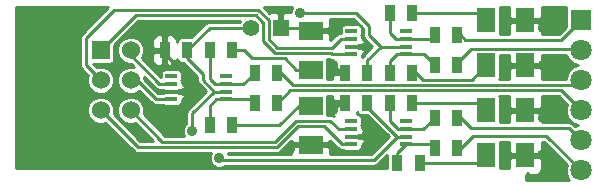
<source format=gtl>
G04 (created by PCBNEW (2013-07-07 BZR 4022)-stable) date 27/01/2014 10:25:57*
%MOIN*%
G04 Gerber Fmt 3.4, Leading zero omitted, Abs format*
%FSLAX34Y34*%
G01*
G70*
G90*
G04 APERTURE LIST*
%ADD10C,0.00590551*%
%ADD11R,0.08X0.06*%
%ADD12R,0.06X0.08*%
%ADD13R,0.035X0.055*%
%ADD14R,0.0708661X0.0708661*%
%ADD15C,0.0708661*%
%ADD16R,0.055X0.055*%
%ADD17C,0.055*%
%ADD18R,0.06X0.06*%
%ADD19C,0.06*%
%ADD20R,0.0402X0.0161*%
%ADD21C,0.035*%
%ADD22C,0.01*%
G04 APERTURE END LIST*
G54D10*
G54D11*
X77000Y-62850D03*
X77000Y-64150D03*
G54D12*
X82850Y-63000D03*
X84150Y-63000D03*
X82850Y-61500D03*
X84150Y-61500D03*
X82850Y-60000D03*
X84150Y-60000D03*
X82850Y-64500D03*
X84150Y-64500D03*
G54D11*
X77000Y-61650D03*
X77000Y-60350D03*
G54D13*
X74375Y-63500D03*
X73625Y-63500D03*
X75875Y-62750D03*
X75125Y-62750D03*
X80375Y-62750D03*
X79625Y-62750D03*
X80375Y-61750D03*
X79625Y-61750D03*
X81875Y-61500D03*
X81125Y-61500D03*
X78125Y-62750D03*
X78875Y-62750D03*
X81875Y-60500D03*
X81125Y-60500D03*
X80375Y-59750D03*
X79625Y-59750D03*
X75875Y-61750D03*
X75125Y-61750D03*
X74375Y-61000D03*
X73625Y-61000D03*
X78125Y-61750D03*
X78875Y-61750D03*
X81875Y-63250D03*
X81125Y-63250D03*
X72125Y-61000D03*
X72875Y-61000D03*
X81875Y-64250D03*
X81125Y-64250D03*
X80625Y-64750D03*
X79875Y-64750D03*
G54D14*
X86000Y-60000D03*
G54D15*
X86000Y-61000D03*
X86000Y-62000D03*
X86000Y-63000D03*
X86000Y-64000D03*
X86000Y-65000D03*
G54D16*
X76000Y-60250D03*
G54D17*
X75000Y-60250D03*
G54D18*
X70000Y-61000D03*
G54D19*
X71000Y-61000D03*
X70000Y-62000D03*
X71000Y-62000D03*
X70000Y-63000D03*
X71000Y-63000D03*
G54D20*
X78344Y-63366D03*
X78344Y-63622D03*
X78344Y-63878D03*
X78344Y-64134D03*
X80156Y-64134D03*
X80156Y-63878D03*
X80156Y-63622D03*
X80156Y-63366D03*
X72344Y-61866D03*
X72344Y-62122D03*
X72344Y-62378D03*
X72344Y-62634D03*
X74156Y-62634D03*
X74156Y-62378D03*
X74156Y-62122D03*
X74156Y-61866D03*
X78344Y-60366D03*
X78344Y-60622D03*
X78344Y-60878D03*
X78344Y-61134D03*
X80156Y-61134D03*
X80156Y-60878D03*
X80156Y-60622D03*
X80156Y-60366D03*
G54D21*
X73950Y-64600D03*
X73050Y-63700D03*
X76650Y-59750D03*
X72500Y-61500D03*
X77750Y-63000D03*
X77750Y-61500D03*
X84750Y-63250D03*
X84750Y-60250D03*
X84700Y-64500D03*
X84750Y-61500D03*
X78850Y-60900D03*
X78850Y-63850D03*
X72850Y-62400D03*
X76300Y-64300D03*
G54D22*
X81875Y-60500D02*
X82000Y-60500D01*
X85350Y-60650D02*
X86000Y-60000D01*
X82150Y-60650D02*
X85350Y-60650D01*
X82000Y-60500D02*
X82150Y-60650D01*
X81875Y-61500D02*
X81875Y-61425D01*
X85950Y-60950D02*
X86000Y-61000D01*
X82350Y-60950D02*
X85950Y-60950D01*
X81875Y-61425D02*
X82350Y-60950D01*
X75875Y-61750D02*
X76000Y-61750D01*
X85840Y-62160D02*
X86000Y-62000D01*
X76410Y-62160D02*
X85840Y-62160D01*
X76000Y-61750D02*
X76410Y-62160D01*
X75875Y-62750D02*
X75900Y-62750D01*
X85340Y-62340D02*
X86000Y-63000D01*
X76309Y-62340D02*
X85340Y-62340D01*
X75900Y-62750D02*
X76309Y-62340D01*
X81875Y-63250D02*
X82000Y-63250D01*
X85600Y-63600D02*
X86000Y-64000D01*
X82350Y-63600D02*
X85600Y-63600D01*
X82000Y-63250D02*
X82350Y-63600D01*
X81875Y-64250D02*
X82000Y-64250D01*
X84850Y-63850D02*
X86000Y-65000D01*
X82400Y-63850D02*
X84850Y-63850D01*
X82000Y-64250D02*
X82400Y-63850D01*
X74156Y-62378D02*
X73778Y-62378D01*
X73778Y-62378D02*
X73050Y-63106D01*
X79100Y-64650D02*
X79872Y-63878D01*
X74000Y-64650D02*
X79100Y-64650D01*
X73950Y-64600D02*
X74000Y-64650D01*
X73050Y-63106D02*
X73050Y-63700D01*
X79872Y-63878D02*
X80156Y-63878D01*
X80156Y-60878D02*
X79322Y-60878D01*
X79322Y-60878D02*
X78950Y-60506D01*
X78500Y-59750D02*
X76650Y-59750D01*
X78950Y-60200D02*
X78500Y-59750D01*
X78950Y-60506D02*
X78950Y-60200D01*
X78875Y-61750D02*
X78875Y-61325D01*
X78875Y-61325D02*
X79322Y-60878D01*
X80156Y-63878D02*
X79872Y-63878D01*
X79872Y-63878D02*
X78875Y-62881D01*
X78875Y-62881D02*
X78875Y-62750D01*
X72875Y-61000D02*
X72875Y-61275D01*
X73400Y-62000D02*
X73778Y-62378D01*
X73400Y-61800D02*
X73400Y-62000D01*
X72875Y-61275D02*
X73400Y-61800D01*
X75000Y-60250D02*
X73625Y-60250D01*
X73625Y-60250D02*
X72875Y-61000D01*
X72125Y-61000D02*
X72125Y-61125D01*
X72125Y-61125D02*
X72500Y-61500D01*
X78125Y-62750D02*
X78000Y-62750D01*
X78000Y-62750D02*
X77750Y-63000D01*
X78125Y-61750D02*
X78000Y-61750D01*
X78000Y-61750D02*
X77750Y-61500D01*
X84150Y-63000D02*
X84500Y-63000D01*
X84500Y-63000D02*
X84750Y-63250D01*
X84150Y-60000D02*
X84500Y-60000D01*
X84500Y-60000D02*
X84750Y-60250D01*
X76000Y-60250D02*
X76900Y-60250D01*
X76900Y-60250D02*
X77000Y-60350D01*
X84150Y-64500D02*
X84700Y-64500D01*
X84150Y-61500D02*
X84750Y-61500D01*
X78344Y-60878D02*
X78828Y-60878D01*
X78828Y-60878D02*
X78850Y-60900D01*
X78344Y-63878D02*
X78822Y-63878D01*
X78822Y-63878D02*
X78850Y-63850D01*
X72344Y-62378D02*
X72828Y-62378D01*
X72828Y-62378D02*
X72850Y-62400D01*
X77000Y-64150D02*
X76450Y-64150D01*
X76450Y-64150D02*
X76300Y-64300D01*
X74375Y-63500D02*
X75950Y-63500D01*
X76600Y-62850D02*
X77000Y-62850D01*
X75950Y-63500D02*
X76600Y-62850D01*
X74375Y-61000D02*
X74775Y-61000D01*
X76500Y-61650D02*
X77000Y-61650D01*
X76125Y-61275D02*
X76500Y-61650D01*
X75050Y-61275D02*
X76125Y-61275D01*
X74775Y-61000D02*
X75050Y-61275D01*
X74156Y-62634D02*
X73841Y-62634D01*
X73625Y-62850D02*
X73625Y-63500D01*
X73841Y-62634D02*
X73625Y-62850D01*
X74156Y-62634D02*
X75009Y-62634D01*
X75009Y-62634D02*
X75125Y-62750D01*
X80375Y-61750D02*
X80520Y-61750D01*
X82370Y-61979D02*
X82850Y-61500D01*
X80750Y-61979D02*
X82370Y-61979D01*
X80520Y-61750D02*
X80750Y-61979D01*
X80375Y-59750D02*
X82600Y-59750D01*
X82600Y-59750D02*
X82850Y-60000D01*
X80156Y-61134D02*
X80759Y-61134D01*
X80759Y-61134D02*
X81125Y-61500D01*
X80156Y-61134D02*
X79866Y-61134D01*
X79625Y-61375D02*
X79625Y-61750D01*
X79866Y-61134D02*
X79625Y-61375D01*
X80375Y-62750D02*
X82600Y-62750D01*
X82600Y-62750D02*
X82850Y-63000D01*
X78344Y-63622D02*
X77922Y-63622D01*
X72050Y-64050D02*
X71000Y-63000D01*
X75800Y-64050D02*
X72050Y-64050D01*
X76500Y-63350D02*
X75800Y-64050D01*
X77650Y-63350D02*
X76500Y-63350D01*
X77922Y-63622D02*
X77650Y-63350D01*
X73625Y-61000D02*
X73625Y-61950D01*
X73797Y-62122D02*
X74156Y-62122D01*
X73625Y-61950D02*
X73797Y-62122D01*
X74156Y-62122D02*
X74753Y-62122D01*
X74753Y-62122D02*
X75125Y-61750D01*
X80156Y-60622D02*
X79822Y-60622D01*
X79625Y-60425D02*
X79625Y-59750D01*
X79822Y-60622D02*
X79625Y-60425D01*
X80156Y-60622D02*
X81003Y-60622D01*
X81003Y-60622D02*
X81125Y-60500D01*
X80625Y-64750D02*
X82600Y-64750D01*
X82600Y-64750D02*
X82850Y-64500D01*
X80156Y-63622D02*
X80753Y-63622D01*
X80753Y-63622D02*
X81125Y-63250D01*
X80156Y-63622D02*
X79897Y-63622D01*
X79625Y-63350D02*
X79625Y-62750D01*
X79897Y-63622D02*
X79625Y-63350D01*
X80156Y-64134D02*
X81009Y-64134D01*
X81009Y-64134D02*
X81125Y-64250D01*
X79875Y-64750D02*
X79875Y-64415D01*
X79875Y-64415D02*
X80156Y-64134D01*
X78344Y-64134D02*
X78034Y-64134D01*
X71230Y-64230D02*
X70000Y-63000D01*
X75874Y-64230D02*
X71230Y-64230D01*
X76574Y-63530D02*
X75874Y-64230D01*
X77430Y-63530D02*
X76574Y-63530D01*
X78034Y-64134D02*
X77430Y-63530D01*
X78344Y-61134D02*
X77709Y-61134D01*
X71160Y-59840D02*
X70000Y-61000D01*
X75170Y-59840D02*
X71160Y-59840D01*
X75410Y-60080D02*
X75170Y-59840D01*
X75410Y-60710D02*
X75410Y-60080D01*
X75794Y-61094D02*
X75410Y-60710D01*
X77670Y-61094D02*
X75794Y-61094D01*
X77709Y-61134D02*
X77670Y-61094D01*
X78344Y-60622D02*
X77988Y-60622D01*
X69500Y-61500D02*
X70000Y-62000D01*
X69500Y-60600D02*
X69500Y-61500D01*
X70440Y-59659D02*
X69500Y-60600D01*
X75244Y-59659D02*
X70440Y-59659D01*
X75590Y-60005D02*
X75244Y-59659D01*
X75590Y-60635D02*
X75590Y-60005D01*
X75869Y-60914D02*
X75590Y-60635D01*
X77695Y-60914D02*
X75869Y-60914D01*
X77988Y-60622D02*
X77695Y-60914D01*
X72344Y-62634D02*
X71834Y-62634D01*
X71200Y-62000D02*
X71000Y-62000D01*
X71834Y-62634D02*
X71200Y-62000D01*
X72344Y-62122D02*
X71947Y-62122D01*
X71000Y-61175D02*
X71000Y-61000D01*
X71947Y-62122D02*
X71000Y-61175D01*
G54D10*
G36*
X76372Y-59569D02*
X76325Y-59685D01*
X76325Y-59725D01*
X76324Y-59724D01*
X76112Y-59725D01*
X76050Y-59787D01*
X76050Y-60200D01*
X76057Y-60200D01*
X76057Y-60300D01*
X76050Y-60300D01*
X76050Y-60307D01*
X75950Y-60307D01*
X75950Y-60300D01*
X75942Y-60300D01*
X75942Y-60200D01*
X75950Y-60200D01*
X75950Y-59787D01*
X75887Y-59725D01*
X75675Y-59724D01*
X75616Y-59749D01*
X75437Y-59569D01*
X76372Y-59569D01*
X76372Y-59569D01*
G37*
G54D22*
X76372Y-59569D02*
X76325Y-59685D01*
X76325Y-59725D01*
X76324Y-59724D01*
X76112Y-59725D01*
X76050Y-59787D01*
X76050Y-60200D01*
X76057Y-60200D01*
X76057Y-60300D01*
X76050Y-60300D01*
X76050Y-60307D01*
X75950Y-60307D01*
X75950Y-60300D01*
X75942Y-60300D01*
X75942Y-60200D01*
X75950Y-60200D01*
X75950Y-59787D01*
X75887Y-59725D01*
X75675Y-59724D01*
X75616Y-59749D01*
X75437Y-59569D01*
X76372Y-59569D01*
G54D10*
G36*
X78182Y-61800D02*
X78175Y-61800D01*
X78175Y-61807D01*
X78075Y-61807D01*
X78075Y-61800D01*
X77762Y-61800D01*
X77700Y-61862D01*
X77699Y-61960D01*
X77549Y-61960D01*
X77550Y-61920D01*
X77550Y-61320D01*
X77539Y-61294D01*
X77596Y-61294D01*
X77610Y-61304D01*
X77632Y-61318D01*
X77632Y-61318D01*
X77709Y-61333D01*
X77709Y-61334D01*
X77737Y-61334D01*
X77700Y-61425D01*
X77699Y-61524D01*
X77700Y-61637D01*
X77762Y-61700D01*
X78075Y-61700D01*
X78075Y-61692D01*
X78175Y-61692D01*
X78175Y-61700D01*
X78182Y-61700D01*
X78182Y-61800D01*
X78182Y-61800D01*
G37*
G54D22*
X78182Y-61800D02*
X78175Y-61800D01*
X78175Y-61807D01*
X78075Y-61807D01*
X78075Y-61800D01*
X77762Y-61800D01*
X77700Y-61862D01*
X77699Y-61960D01*
X77549Y-61960D01*
X77550Y-61920D01*
X77550Y-61320D01*
X77539Y-61294D01*
X77596Y-61294D01*
X77610Y-61304D01*
X77632Y-61318D01*
X77632Y-61318D01*
X77709Y-61333D01*
X77709Y-61334D01*
X77737Y-61334D01*
X77700Y-61425D01*
X77699Y-61524D01*
X77700Y-61637D01*
X77762Y-61700D01*
X78075Y-61700D01*
X78075Y-61692D01*
X78175Y-61692D01*
X78175Y-61700D01*
X78182Y-61700D01*
X78182Y-61800D01*
G54D10*
G36*
X78182Y-62800D02*
X78175Y-62800D01*
X78175Y-62807D01*
X78075Y-62807D01*
X78075Y-62800D01*
X77762Y-62800D01*
X77700Y-62862D01*
X77699Y-62975D01*
X77700Y-63074D01*
X77738Y-63166D01*
X77756Y-63185D01*
X77726Y-63165D01*
X77650Y-63150D01*
X77550Y-63150D01*
X77550Y-63120D01*
X77550Y-62540D01*
X77699Y-62540D01*
X77700Y-62637D01*
X77762Y-62700D01*
X78075Y-62700D01*
X78075Y-62692D01*
X78175Y-62692D01*
X78175Y-62700D01*
X78182Y-62700D01*
X78182Y-62800D01*
X78182Y-62800D01*
G37*
G54D22*
X78182Y-62800D02*
X78175Y-62800D01*
X78175Y-62807D01*
X78075Y-62807D01*
X78075Y-62800D01*
X77762Y-62800D01*
X77700Y-62862D01*
X77699Y-62975D01*
X77700Y-63074D01*
X77738Y-63166D01*
X77756Y-63185D01*
X77726Y-63165D01*
X77650Y-63150D01*
X77550Y-63150D01*
X77550Y-63120D01*
X77550Y-62540D01*
X77699Y-62540D01*
X77700Y-62637D01*
X77762Y-62700D01*
X78075Y-62700D01*
X78075Y-62692D01*
X78175Y-62692D01*
X78175Y-62700D01*
X78182Y-62700D01*
X78182Y-62800D01*
G54D10*
G36*
X78622Y-60155D02*
X78574Y-60135D01*
X78515Y-60135D01*
X78113Y-60135D01*
X78058Y-60158D01*
X78015Y-60200D01*
X77993Y-60255D01*
X77992Y-60315D01*
X77992Y-60422D01*
X77988Y-60422D01*
X77924Y-60434D01*
X77911Y-60437D01*
X77846Y-60480D01*
X77650Y-60677D01*
X77650Y-60462D01*
X77587Y-60400D01*
X77050Y-60400D01*
X77050Y-60407D01*
X76950Y-60407D01*
X76950Y-60400D01*
X76942Y-60400D01*
X76942Y-60300D01*
X76950Y-60300D01*
X76950Y-60292D01*
X77050Y-60292D01*
X77050Y-60300D01*
X77587Y-60300D01*
X77650Y-60237D01*
X77650Y-60000D01*
X77629Y-59950D01*
X78417Y-59950D01*
X78622Y-60155D01*
X78622Y-60155D01*
G37*
G54D22*
X78622Y-60155D02*
X78574Y-60135D01*
X78515Y-60135D01*
X78113Y-60135D01*
X78058Y-60158D01*
X78015Y-60200D01*
X77993Y-60255D01*
X77992Y-60315D01*
X77992Y-60422D01*
X77988Y-60422D01*
X77924Y-60434D01*
X77911Y-60437D01*
X77846Y-60480D01*
X77650Y-60677D01*
X77650Y-60462D01*
X77587Y-60400D01*
X77050Y-60400D01*
X77050Y-60407D01*
X76950Y-60407D01*
X76950Y-60400D01*
X76942Y-60400D01*
X76942Y-60300D01*
X76950Y-60300D01*
X76950Y-60292D01*
X77050Y-60292D01*
X77050Y-60300D01*
X77587Y-60300D01*
X77650Y-60237D01*
X77650Y-60000D01*
X77629Y-59950D01*
X78417Y-59950D01*
X78622Y-60155D01*
G54D10*
G36*
X79039Y-60877D02*
X78733Y-61183D01*
X78694Y-61241D01*
X78695Y-61184D01*
X78695Y-61162D01*
X78757Y-61099D01*
X78795Y-61008D01*
X78795Y-60980D01*
X78732Y-60918D01*
X78610Y-60918D01*
X78574Y-60903D01*
X78515Y-60903D01*
X78286Y-60903D01*
X78286Y-60852D01*
X78574Y-60852D01*
X78610Y-60837D01*
X78732Y-60837D01*
X78795Y-60775D01*
X78795Y-60747D01*
X78757Y-60656D01*
X78695Y-60593D01*
X78695Y-60511D01*
X78687Y-60494D01*
X78694Y-60476D01*
X78695Y-60416D01*
X78695Y-60255D01*
X78675Y-60208D01*
X78750Y-60282D01*
X78750Y-60506D01*
X78765Y-60582D01*
X78808Y-60647D01*
X79039Y-60877D01*
X79039Y-60877D01*
G37*
G54D22*
X79039Y-60877D02*
X78733Y-61183D01*
X78694Y-61241D01*
X78695Y-61184D01*
X78695Y-61162D01*
X78757Y-61099D01*
X78795Y-61008D01*
X78795Y-60980D01*
X78732Y-60918D01*
X78610Y-60918D01*
X78574Y-60903D01*
X78515Y-60903D01*
X78286Y-60903D01*
X78286Y-60852D01*
X78574Y-60852D01*
X78610Y-60837D01*
X78732Y-60837D01*
X78795Y-60775D01*
X78795Y-60747D01*
X78757Y-60656D01*
X78695Y-60593D01*
X78695Y-60511D01*
X78687Y-60494D01*
X78694Y-60476D01*
X78695Y-60416D01*
X78695Y-60255D01*
X78675Y-60208D01*
X78750Y-60282D01*
X78750Y-60506D01*
X78765Y-60582D01*
X78808Y-60647D01*
X79039Y-60877D01*
G54D10*
G36*
X79549Y-64482D02*
X79549Y-64504D01*
X79549Y-64930D01*
X67169Y-64930D01*
X67169Y-59569D01*
X70247Y-59569D01*
X69358Y-60458D01*
X69315Y-60523D01*
X69300Y-60600D01*
X69300Y-61500D01*
X69315Y-61576D01*
X69358Y-61641D01*
X69572Y-61855D01*
X69550Y-61910D01*
X69549Y-62089D01*
X69618Y-62254D01*
X69744Y-62381D01*
X69910Y-62449D01*
X70089Y-62450D01*
X70254Y-62381D01*
X70381Y-62255D01*
X70449Y-62089D01*
X70450Y-61910D01*
X70381Y-61745D01*
X70255Y-61618D01*
X70089Y-61550D01*
X69910Y-61549D01*
X69855Y-61572D01*
X69732Y-61450D01*
X70329Y-61450D01*
X70384Y-61427D01*
X70427Y-61385D01*
X70449Y-61329D01*
X70450Y-61270D01*
X70450Y-60832D01*
X71242Y-60040D01*
X74627Y-60040D01*
X74622Y-60050D01*
X73625Y-60050D01*
X73548Y-60065D01*
X73526Y-60079D01*
X73483Y-60108D01*
X73017Y-60574D01*
X72670Y-60574D01*
X72615Y-60597D01*
X72572Y-60639D01*
X72550Y-60695D01*
X72549Y-60724D01*
X72549Y-60675D01*
X72511Y-60583D01*
X72441Y-60512D01*
X72349Y-60474D01*
X72237Y-60475D01*
X72175Y-60537D01*
X72175Y-60950D01*
X72182Y-60950D01*
X72182Y-61050D01*
X72175Y-61050D01*
X72175Y-61462D01*
X72237Y-61525D01*
X72349Y-61525D01*
X72441Y-61487D01*
X72511Y-61416D01*
X72549Y-61324D01*
X72549Y-61304D01*
X72549Y-61304D01*
X72572Y-61359D01*
X72614Y-61402D01*
X72670Y-61424D01*
X72729Y-61425D01*
X72742Y-61425D01*
X73200Y-61882D01*
X73200Y-62000D01*
X73215Y-62076D01*
X73258Y-62141D01*
X73495Y-62377D01*
X72908Y-62964D01*
X72865Y-63029D01*
X72850Y-63106D01*
X72850Y-63440D01*
X72795Y-63495D01*
X72795Y-62508D01*
X72795Y-62480D01*
X72732Y-62418D01*
X72610Y-62418D01*
X72574Y-62403D01*
X72515Y-62403D01*
X72113Y-62403D01*
X72077Y-62418D01*
X71955Y-62418D01*
X71939Y-62434D01*
X71916Y-62434D01*
X71450Y-61967D01*
X71450Y-61910D01*
X71447Y-61905D01*
X71805Y-62263D01*
X71870Y-62306D01*
X71937Y-62320D01*
X71955Y-62337D01*
X72077Y-62337D01*
X72113Y-62352D01*
X72172Y-62352D01*
X72574Y-62352D01*
X72610Y-62337D01*
X72732Y-62337D01*
X72795Y-62275D01*
X72795Y-62247D01*
X72757Y-62156D01*
X72695Y-62093D01*
X72695Y-62011D01*
X72687Y-61994D01*
X72694Y-61976D01*
X72695Y-61916D01*
X72695Y-61755D01*
X72672Y-61700D01*
X72630Y-61658D01*
X72574Y-61635D01*
X72515Y-61635D01*
X72113Y-61635D01*
X72075Y-61651D01*
X72075Y-61462D01*
X72075Y-61050D01*
X72075Y-60950D01*
X72075Y-60537D01*
X72012Y-60475D01*
X71900Y-60474D01*
X71808Y-60512D01*
X71738Y-60583D01*
X71700Y-60675D01*
X71699Y-60774D01*
X71700Y-60887D01*
X71762Y-60950D01*
X72075Y-60950D01*
X72075Y-61050D01*
X71762Y-61050D01*
X71700Y-61112D01*
X71699Y-61225D01*
X71700Y-61324D01*
X71738Y-61416D01*
X71808Y-61487D01*
X71900Y-61525D01*
X72012Y-61525D01*
X72075Y-61462D01*
X72075Y-61651D01*
X72058Y-61658D01*
X72015Y-61700D01*
X71993Y-61755D01*
X71992Y-61815D01*
X71992Y-61885D01*
X71372Y-61264D01*
X71381Y-61255D01*
X71449Y-61089D01*
X71450Y-60910D01*
X71381Y-60745D01*
X71255Y-60618D01*
X71089Y-60550D01*
X70910Y-60549D01*
X70745Y-60618D01*
X70618Y-60744D01*
X70550Y-60910D01*
X70549Y-61089D01*
X70618Y-61254D01*
X70744Y-61381D01*
X70910Y-61449D01*
X70992Y-61449D01*
X71093Y-61551D01*
X71089Y-61550D01*
X70910Y-61549D01*
X70745Y-61618D01*
X70618Y-61744D01*
X70550Y-61910D01*
X70549Y-62089D01*
X70618Y-62254D01*
X70744Y-62381D01*
X70910Y-62449D01*
X71089Y-62450D01*
X71254Y-62381D01*
X71276Y-62359D01*
X71692Y-62775D01*
X71692Y-62775D01*
X71735Y-62804D01*
X71757Y-62818D01*
X71757Y-62818D01*
X71833Y-62833D01*
X71834Y-62834D01*
X72050Y-62834D01*
X72057Y-62841D01*
X72113Y-62864D01*
X72172Y-62864D01*
X72574Y-62864D01*
X72629Y-62841D01*
X72672Y-62799D01*
X72694Y-62744D01*
X72695Y-62684D01*
X72695Y-62662D01*
X72757Y-62599D01*
X72795Y-62508D01*
X72795Y-63495D01*
X72774Y-63515D01*
X72725Y-63635D01*
X72724Y-63764D01*
X72760Y-63850D01*
X72132Y-63850D01*
X71427Y-63144D01*
X71449Y-63089D01*
X71450Y-62910D01*
X71381Y-62745D01*
X71255Y-62618D01*
X71089Y-62550D01*
X70910Y-62549D01*
X70745Y-62618D01*
X70618Y-62744D01*
X70550Y-62910D01*
X70549Y-63089D01*
X70618Y-63254D01*
X70744Y-63381D01*
X70910Y-63449D01*
X71089Y-63450D01*
X71144Y-63427D01*
X71747Y-64030D01*
X71312Y-64030D01*
X70427Y-63144D01*
X70449Y-63089D01*
X70450Y-62910D01*
X70381Y-62745D01*
X70255Y-62618D01*
X70089Y-62550D01*
X69910Y-62549D01*
X69745Y-62618D01*
X69618Y-62744D01*
X69550Y-62910D01*
X69549Y-63089D01*
X69618Y-63254D01*
X69744Y-63381D01*
X69910Y-63449D01*
X70089Y-63450D01*
X70144Y-63427D01*
X71088Y-64371D01*
X71088Y-64371D01*
X71131Y-64400D01*
X71153Y-64414D01*
X71153Y-64414D01*
X71230Y-64430D01*
X71230Y-64430D01*
X73668Y-64430D01*
X73625Y-64535D01*
X73624Y-64664D01*
X73674Y-64783D01*
X73765Y-64875D01*
X73885Y-64924D01*
X74014Y-64925D01*
X74133Y-64875D01*
X74159Y-64850D01*
X79100Y-64850D01*
X79176Y-64834D01*
X79241Y-64791D01*
X79549Y-64482D01*
X79549Y-64482D01*
G37*
G54D22*
X79549Y-64482D02*
X79549Y-64504D01*
X79549Y-64930D01*
X67169Y-64930D01*
X67169Y-59569D01*
X70247Y-59569D01*
X69358Y-60458D01*
X69315Y-60523D01*
X69300Y-60600D01*
X69300Y-61500D01*
X69315Y-61576D01*
X69358Y-61641D01*
X69572Y-61855D01*
X69550Y-61910D01*
X69549Y-62089D01*
X69618Y-62254D01*
X69744Y-62381D01*
X69910Y-62449D01*
X70089Y-62450D01*
X70254Y-62381D01*
X70381Y-62255D01*
X70449Y-62089D01*
X70450Y-61910D01*
X70381Y-61745D01*
X70255Y-61618D01*
X70089Y-61550D01*
X69910Y-61549D01*
X69855Y-61572D01*
X69732Y-61450D01*
X70329Y-61450D01*
X70384Y-61427D01*
X70427Y-61385D01*
X70449Y-61329D01*
X70450Y-61270D01*
X70450Y-60832D01*
X71242Y-60040D01*
X74627Y-60040D01*
X74622Y-60050D01*
X73625Y-60050D01*
X73548Y-60065D01*
X73526Y-60079D01*
X73483Y-60108D01*
X73017Y-60574D01*
X72670Y-60574D01*
X72615Y-60597D01*
X72572Y-60639D01*
X72550Y-60695D01*
X72549Y-60724D01*
X72549Y-60675D01*
X72511Y-60583D01*
X72441Y-60512D01*
X72349Y-60474D01*
X72237Y-60475D01*
X72175Y-60537D01*
X72175Y-60950D01*
X72182Y-60950D01*
X72182Y-61050D01*
X72175Y-61050D01*
X72175Y-61462D01*
X72237Y-61525D01*
X72349Y-61525D01*
X72441Y-61487D01*
X72511Y-61416D01*
X72549Y-61324D01*
X72549Y-61304D01*
X72549Y-61304D01*
X72572Y-61359D01*
X72614Y-61402D01*
X72670Y-61424D01*
X72729Y-61425D01*
X72742Y-61425D01*
X73200Y-61882D01*
X73200Y-62000D01*
X73215Y-62076D01*
X73258Y-62141D01*
X73495Y-62377D01*
X72908Y-62964D01*
X72865Y-63029D01*
X72850Y-63106D01*
X72850Y-63440D01*
X72795Y-63495D01*
X72795Y-62508D01*
X72795Y-62480D01*
X72732Y-62418D01*
X72610Y-62418D01*
X72574Y-62403D01*
X72515Y-62403D01*
X72113Y-62403D01*
X72077Y-62418D01*
X71955Y-62418D01*
X71939Y-62434D01*
X71916Y-62434D01*
X71450Y-61967D01*
X71450Y-61910D01*
X71447Y-61905D01*
X71805Y-62263D01*
X71870Y-62306D01*
X71937Y-62320D01*
X71955Y-62337D01*
X72077Y-62337D01*
X72113Y-62352D01*
X72172Y-62352D01*
X72574Y-62352D01*
X72610Y-62337D01*
X72732Y-62337D01*
X72795Y-62275D01*
X72795Y-62247D01*
X72757Y-62156D01*
X72695Y-62093D01*
X72695Y-62011D01*
X72687Y-61994D01*
X72694Y-61976D01*
X72695Y-61916D01*
X72695Y-61755D01*
X72672Y-61700D01*
X72630Y-61658D01*
X72574Y-61635D01*
X72515Y-61635D01*
X72113Y-61635D01*
X72075Y-61651D01*
X72075Y-61462D01*
X72075Y-61050D01*
X72075Y-60950D01*
X72075Y-60537D01*
X72012Y-60475D01*
X71900Y-60474D01*
X71808Y-60512D01*
X71738Y-60583D01*
X71700Y-60675D01*
X71699Y-60774D01*
X71700Y-60887D01*
X71762Y-60950D01*
X72075Y-60950D01*
X72075Y-61050D01*
X71762Y-61050D01*
X71700Y-61112D01*
X71699Y-61225D01*
X71700Y-61324D01*
X71738Y-61416D01*
X71808Y-61487D01*
X71900Y-61525D01*
X72012Y-61525D01*
X72075Y-61462D01*
X72075Y-61651D01*
X72058Y-61658D01*
X72015Y-61700D01*
X71993Y-61755D01*
X71992Y-61815D01*
X71992Y-61885D01*
X71372Y-61264D01*
X71381Y-61255D01*
X71449Y-61089D01*
X71450Y-60910D01*
X71381Y-60745D01*
X71255Y-60618D01*
X71089Y-60550D01*
X70910Y-60549D01*
X70745Y-60618D01*
X70618Y-60744D01*
X70550Y-60910D01*
X70549Y-61089D01*
X70618Y-61254D01*
X70744Y-61381D01*
X70910Y-61449D01*
X70992Y-61449D01*
X71093Y-61551D01*
X71089Y-61550D01*
X70910Y-61549D01*
X70745Y-61618D01*
X70618Y-61744D01*
X70550Y-61910D01*
X70549Y-62089D01*
X70618Y-62254D01*
X70744Y-62381D01*
X70910Y-62449D01*
X71089Y-62450D01*
X71254Y-62381D01*
X71276Y-62359D01*
X71692Y-62775D01*
X71692Y-62775D01*
X71735Y-62804D01*
X71757Y-62818D01*
X71757Y-62818D01*
X71833Y-62833D01*
X71834Y-62834D01*
X72050Y-62834D01*
X72057Y-62841D01*
X72113Y-62864D01*
X72172Y-62864D01*
X72574Y-62864D01*
X72629Y-62841D01*
X72672Y-62799D01*
X72694Y-62744D01*
X72695Y-62684D01*
X72695Y-62662D01*
X72757Y-62599D01*
X72795Y-62508D01*
X72795Y-63495D01*
X72774Y-63515D01*
X72725Y-63635D01*
X72724Y-63764D01*
X72760Y-63850D01*
X72132Y-63850D01*
X71427Y-63144D01*
X71449Y-63089D01*
X71450Y-62910D01*
X71381Y-62745D01*
X71255Y-62618D01*
X71089Y-62550D01*
X70910Y-62549D01*
X70745Y-62618D01*
X70618Y-62744D01*
X70550Y-62910D01*
X70549Y-63089D01*
X70618Y-63254D01*
X70744Y-63381D01*
X70910Y-63449D01*
X71089Y-63450D01*
X71144Y-63427D01*
X71747Y-64030D01*
X71312Y-64030D01*
X70427Y-63144D01*
X70449Y-63089D01*
X70450Y-62910D01*
X70381Y-62745D01*
X70255Y-62618D01*
X70089Y-62550D01*
X69910Y-62549D01*
X69745Y-62618D01*
X69618Y-62744D01*
X69550Y-62910D01*
X69549Y-63089D01*
X69618Y-63254D01*
X69744Y-63381D01*
X69910Y-63449D01*
X70089Y-63450D01*
X70144Y-63427D01*
X71088Y-64371D01*
X71088Y-64371D01*
X71131Y-64400D01*
X71153Y-64414D01*
X71153Y-64414D01*
X71230Y-64430D01*
X71230Y-64430D01*
X73668Y-64430D01*
X73625Y-64535D01*
X73624Y-64664D01*
X73674Y-64783D01*
X73765Y-64875D01*
X73885Y-64924D01*
X74014Y-64925D01*
X74133Y-64875D01*
X74159Y-64850D01*
X79100Y-64850D01*
X79176Y-64834D01*
X79241Y-64791D01*
X79549Y-64482D01*
G54D10*
G36*
X79589Y-63877D02*
X79017Y-64450D01*
X77650Y-64450D01*
X77650Y-64262D01*
X77587Y-64200D01*
X77050Y-64200D01*
X77050Y-64207D01*
X76950Y-64207D01*
X76950Y-64200D01*
X76412Y-64200D01*
X76350Y-64262D01*
X76349Y-64450D01*
X74239Y-64450D01*
X74231Y-64430D01*
X75874Y-64430D01*
X75951Y-64414D01*
X76015Y-64371D01*
X76349Y-64037D01*
X76350Y-64037D01*
X76412Y-64100D01*
X76950Y-64100D01*
X76950Y-64092D01*
X77050Y-64092D01*
X77050Y-64100D01*
X77587Y-64100D01*
X77650Y-64037D01*
X77650Y-64032D01*
X77892Y-64275D01*
X77957Y-64318D01*
X78034Y-64334D01*
X78050Y-64334D01*
X78057Y-64341D01*
X78113Y-64364D01*
X78172Y-64364D01*
X78574Y-64364D01*
X78629Y-64341D01*
X78672Y-64299D01*
X78694Y-64244D01*
X78695Y-64184D01*
X78695Y-64162D01*
X78757Y-64099D01*
X78795Y-64008D01*
X78795Y-63980D01*
X78732Y-63918D01*
X78610Y-63918D01*
X78574Y-63903D01*
X78515Y-63903D01*
X78286Y-63903D01*
X78286Y-63852D01*
X78574Y-63852D01*
X78610Y-63837D01*
X78732Y-63837D01*
X78795Y-63775D01*
X78795Y-63747D01*
X78757Y-63656D01*
X78695Y-63593D01*
X78695Y-63511D01*
X78687Y-63494D01*
X78694Y-63476D01*
X78695Y-63416D01*
X78695Y-63255D01*
X78672Y-63200D01*
X78630Y-63158D01*
X78574Y-63135D01*
X78524Y-63135D01*
X78549Y-63074D01*
X78549Y-63054D01*
X78549Y-63054D01*
X78572Y-63109D01*
X78614Y-63152D01*
X78670Y-63174D01*
X78729Y-63175D01*
X78886Y-63175D01*
X79589Y-63877D01*
X79589Y-63877D01*
G37*
G54D22*
X79589Y-63877D02*
X79017Y-64450D01*
X77650Y-64450D01*
X77650Y-64262D01*
X77587Y-64200D01*
X77050Y-64200D01*
X77050Y-64207D01*
X76950Y-64207D01*
X76950Y-64200D01*
X76412Y-64200D01*
X76350Y-64262D01*
X76349Y-64450D01*
X74239Y-64450D01*
X74231Y-64430D01*
X75874Y-64430D01*
X75951Y-64414D01*
X76015Y-64371D01*
X76349Y-64037D01*
X76350Y-64037D01*
X76412Y-64100D01*
X76950Y-64100D01*
X76950Y-64092D01*
X77050Y-64092D01*
X77050Y-64100D01*
X77587Y-64100D01*
X77650Y-64037D01*
X77650Y-64032D01*
X77892Y-64275D01*
X77957Y-64318D01*
X78034Y-64334D01*
X78050Y-64334D01*
X78057Y-64341D01*
X78113Y-64364D01*
X78172Y-64364D01*
X78574Y-64364D01*
X78629Y-64341D01*
X78672Y-64299D01*
X78694Y-64244D01*
X78695Y-64184D01*
X78695Y-64162D01*
X78757Y-64099D01*
X78795Y-64008D01*
X78795Y-63980D01*
X78732Y-63918D01*
X78610Y-63918D01*
X78574Y-63903D01*
X78515Y-63903D01*
X78286Y-63903D01*
X78286Y-63852D01*
X78574Y-63852D01*
X78610Y-63837D01*
X78732Y-63837D01*
X78795Y-63775D01*
X78795Y-63747D01*
X78757Y-63656D01*
X78695Y-63593D01*
X78695Y-63511D01*
X78687Y-63494D01*
X78694Y-63476D01*
X78695Y-63416D01*
X78695Y-63255D01*
X78672Y-63200D01*
X78630Y-63158D01*
X78574Y-63135D01*
X78524Y-63135D01*
X78549Y-63074D01*
X78549Y-63054D01*
X78549Y-63054D01*
X78572Y-63109D01*
X78614Y-63152D01*
X78670Y-63174D01*
X78729Y-63175D01*
X78886Y-63175D01*
X79589Y-63877D01*
G54D10*
G36*
X85514Y-59569D02*
X85495Y-59615D01*
X85495Y-59675D01*
X85495Y-60221D01*
X85267Y-60450D01*
X84699Y-60450D01*
X84699Y-60449D01*
X84700Y-60350D01*
X84700Y-60112D01*
X84637Y-60050D01*
X84200Y-60050D01*
X84200Y-60057D01*
X84100Y-60057D01*
X84100Y-60050D01*
X83662Y-60050D01*
X83600Y-60112D01*
X83599Y-60350D01*
X83600Y-60449D01*
X83600Y-60450D01*
X83291Y-60450D01*
X83299Y-60429D01*
X83300Y-60370D01*
X83300Y-59570D01*
X83299Y-59569D01*
X83600Y-59569D01*
X83599Y-59649D01*
X83600Y-59887D01*
X83662Y-59950D01*
X84100Y-59950D01*
X84100Y-59942D01*
X84200Y-59942D01*
X84200Y-59950D01*
X84637Y-59950D01*
X84700Y-59887D01*
X84700Y-59649D01*
X84699Y-59569D01*
X85514Y-59569D01*
X85514Y-59569D01*
G37*
G54D22*
X85514Y-59569D02*
X85495Y-59615D01*
X85495Y-59675D01*
X85495Y-60221D01*
X85267Y-60450D01*
X84699Y-60450D01*
X84699Y-60449D01*
X84700Y-60350D01*
X84700Y-60112D01*
X84637Y-60050D01*
X84200Y-60050D01*
X84200Y-60057D01*
X84100Y-60057D01*
X84100Y-60050D01*
X83662Y-60050D01*
X83600Y-60112D01*
X83599Y-60350D01*
X83600Y-60449D01*
X83600Y-60450D01*
X83291Y-60450D01*
X83299Y-60429D01*
X83300Y-60370D01*
X83300Y-59570D01*
X83299Y-59569D01*
X83600Y-59569D01*
X83599Y-59649D01*
X83600Y-59887D01*
X83662Y-59950D01*
X84100Y-59950D01*
X84100Y-59942D01*
X84200Y-59942D01*
X84200Y-59950D01*
X84637Y-59950D01*
X84700Y-59887D01*
X84700Y-59649D01*
X84699Y-59569D01*
X85514Y-59569D01*
G54D10*
G36*
X85617Y-65330D02*
X84700Y-65330D01*
X84169Y-65330D01*
X84169Y-65150D01*
X84200Y-65150D01*
X84200Y-65087D01*
X84262Y-65150D01*
X84499Y-65150D01*
X84591Y-65112D01*
X84661Y-65041D01*
X84699Y-64949D01*
X84700Y-64850D01*
X84700Y-64612D01*
X84637Y-64550D01*
X84200Y-64550D01*
X84200Y-64557D01*
X84100Y-64557D01*
X84100Y-64550D01*
X83662Y-64550D01*
X83600Y-64612D01*
X83599Y-64850D01*
X83600Y-64930D01*
X83299Y-64930D01*
X83299Y-64929D01*
X83300Y-64870D01*
X83300Y-64070D01*
X83291Y-64050D01*
X83600Y-64050D01*
X83600Y-64050D01*
X83599Y-64149D01*
X83600Y-64387D01*
X83662Y-64450D01*
X84100Y-64450D01*
X84100Y-64442D01*
X84200Y-64442D01*
X84200Y-64450D01*
X84637Y-64450D01*
X84700Y-64387D01*
X84700Y-64149D01*
X84699Y-64050D01*
X84699Y-64050D01*
X84767Y-64050D01*
X85531Y-64813D01*
X85495Y-64899D01*
X85495Y-65099D01*
X85572Y-65285D01*
X85617Y-65330D01*
X85617Y-65330D01*
G37*
G54D22*
X85617Y-65330D02*
X84700Y-65330D01*
X84169Y-65330D01*
X84169Y-65150D01*
X84200Y-65150D01*
X84200Y-65087D01*
X84262Y-65150D01*
X84499Y-65150D01*
X84591Y-65112D01*
X84661Y-65041D01*
X84699Y-64949D01*
X84700Y-64850D01*
X84700Y-64612D01*
X84637Y-64550D01*
X84200Y-64550D01*
X84200Y-64557D01*
X84100Y-64557D01*
X84100Y-64550D01*
X83662Y-64550D01*
X83600Y-64612D01*
X83599Y-64850D01*
X83600Y-64930D01*
X83299Y-64930D01*
X83299Y-64929D01*
X83300Y-64870D01*
X83300Y-64070D01*
X83291Y-64050D01*
X83600Y-64050D01*
X83600Y-64050D01*
X83599Y-64149D01*
X83600Y-64387D01*
X83662Y-64450D01*
X84100Y-64450D01*
X84100Y-64442D01*
X84200Y-64442D01*
X84200Y-64450D01*
X84637Y-64450D01*
X84700Y-64387D01*
X84700Y-64149D01*
X84699Y-64050D01*
X84699Y-64050D01*
X84767Y-64050D01*
X85531Y-64813D01*
X85495Y-64899D01*
X85495Y-65099D01*
X85572Y-65285D01*
X85617Y-65330D01*
G54D10*
G36*
X85889Y-61500D02*
X85714Y-61572D01*
X85572Y-61713D01*
X85495Y-61899D01*
X85495Y-61960D01*
X84695Y-61960D01*
X84699Y-61949D01*
X84700Y-61850D01*
X84700Y-61612D01*
X84637Y-61550D01*
X84200Y-61550D01*
X84200Y-61557D01*
X84100Y-61557D01*
X84100Y-61550D01*
X83662Y-61550D01*
X83600Y-61612D01*
X83599Y-61850D01*
X83600Y-61949D01*
X83604Y-61960D01*
X83287Y-61960D01*
X83299Y-61929D01*
X83300Y-61870D01*
X83300Y-61150D01*
X83599Y-61150D01*
X83600Y-61387D01*
X83662Y-61450D01*
X84100Y-61450D01*
X84100Y-61442D01*
X84200Y-61442D01*
X84200Y-61450D01*
X84637Y-61450D01*
X84700Y-61387D01*
X84700Y-61150D01*
X85516Y-61150D01*
X85572Y-61285D01*
X85713Y-61427D01*
X85889Y-61500D01*
X85889Y-61500D01*
G37*
G54D22*
X85889Y-61500D02*
X85714Y-61572D01*
X85572Y-61713D01*
X85495Y-61899D01*
X85495Y-61960D01*
X84695Y-61960D01*
X84699Y-61949D01*
X84700Y-61850D01*
X84700Y-61612D01*
X84637Y-61550D01*
X84200Y-61550D01*
X84200Y-61557D01*
X84100Y-61557D01*
X84100Y-61550D01*
X83662Y-61550D01*
X83600Y-61612D01*
X83599Y-61850D01*
X83600Y-61949D01*
X83604Y-61960D01*
X83287Y-61960D01*
X83299Y-61929D01*
X83300Y-61870D01*
X83300Y-61150D01*
X83599Y-61150D01*
X83600Y-61387D01*
X83662Y-61450D01*
X84100Y-61450D01*
X84100Y-61442D01*
X84200Y-61442D01*
X84200Y-61450D01*
X84637Y-61450D01*
X84700Y-61387D01*
X84700Y-61150D01*
X85516Y-61150D01*
X85572Y-61285D01*
X85713Y-61427D01*
X85889Y-61500D01*
G54D10*
G36*
X85889Y-63500D02*
X85814Y-63531D01*
X85741Y-63458D01*
X85676Y-63415D01*
X85600Y-63400D01*
X84699Y-63400D01*
X84700Y-63350D01*
X84700Y-63112D01*
X84637Y-63050D01*
X84200Y-63050D01*
X84200Y-63057D01*
X84100Y-63057D01*
X84100Y-63050D01*
X83662Y-63050D01*
X83600Y-63112D01*
X83599Y-63350D01*
X83600Y-63400D01*
X83300Y-63400D01*
X83300Y-63370D01*
X83300Y-62570D01*
X83287Y-62540D01*
X83604Y-62540D01*
X83600Y-62550D01*
X83599Y-62649D01*
X83600Y-62887D01*
X83662Y-62950D01*
X84100Y-62950D01*
X84100Y-62942D01*
X84200Y-62942D01*
X84200Y-62950D01*
X84637Y-62950D01*
X84700Y-62887D01*
X84700Y-62649D01*
X84699Y-62550D01*
X84695Y-62540D01*
X85257Y-62540D01*
X85531Y-62813D01*
X85495Y-62899D01*
X85495Y-63099D01*
X85572Y-63285D01*
X85713Y-63427D01*
X85889Y-63500D01*
X85889Y-63500D01*
G37*
G54D22*
X85889Y-63500D02*
X85814Y-63531D01*
X85741Y-63458D01*
X85676Y-63415D01*
X85600Y-63400D01*
X84699Y-63400D01*
X84700Y-63350D01*
X84700Y-63112D01*
X84637Y-63050D01*
X84200Y-63050D01*
X84200Y-63057D01*
X84100Y-63057D01*
X84100Y-63050D01*
X83662Y-63050D01*
X83600Y-63112D01*
X83599Y-63350D01*
X83600Y-63400D01*
X83300Y-63400D01*
X83300Y-63370D01*
X83300Y-62570D01*
X83287Y-62540D01*
X83604Y-62540D01*
X83600Y-62550D01*
X83599Y-62649D01*
X83600Y-62887D01*
X83662Y-62950D01*
X84100Y-62950D01*
X84100Y-62942D01*
X84200Y-62942D01*
X84200Y-62950D01*
X84637Y-62950D01*
X84700Y-62887D01*
X84700Y-62649D01*
X84699Y-62550D01*
X84695Y-62540D01*
X85257Y-62540D01*
X85531Y-62813D01*
X85495Y-62899D01*
X85495Y-63099D01*
X85572Y-63285D01*
X85713Y-63427D01*
X85889Y-63500D01*
M02*

</source>
